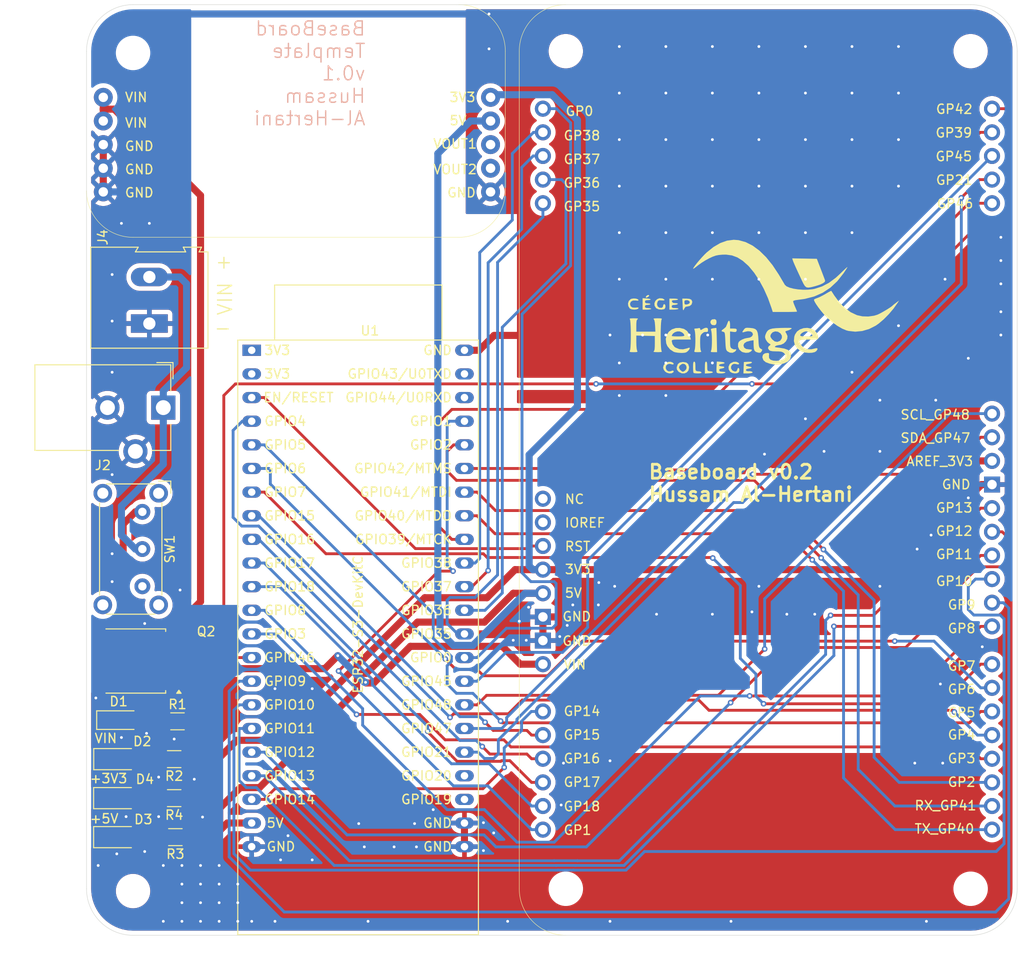
<source format=kicad_pcb>
(kicad_pcb (version 20240108) (generator "pcbnew") (generator_version "8.0")
  (layers (0 "F.Cu" signal) (31 "B.Cu" signal) (34 "B.Paste" user) (35 "F.Paste" user) (36 "B.SilkS" user "B.Silkscreen") (37 "F.SilkS" user "F.Silkscreen") (38 "B.Mask" user) (39 "F.Mask" user) (44 "Edge.Cuts" user))
  (net 0 "")
  (net 1 "Net-(D1-A)")
  (net 2 "VIN")
  (net 3 "Net-(D2-A)")
  (net 4 "GND")
  (net 5 "Net-(D3-A)")
  (net 6 "Net-(D4-A)")
  (net 8 "GP6")
  (net 9 "GP3")
  (net 10 "GP36")
  (net 11 "+3V3")
  (net 12 "GP17")
  (net 13 "GP42")
  (net 14 "GP8")
  (net 15 "GP48")
  (net 16 "GP18")
  (net 18 "GP40")
  (net 19 "GP9")
  (net 20 "GP14")
  (net 21 "GP37")
  (net 22 "+5V")
  (net 23 "GP10")
  (net 24 "GP7")
  (net 25 "~{RST}")
  (net 27 "GP45")
  (net 28 "GP46")
  (net 29 "GP12")
  (net 30 "GP4")
  (net 31 "GP35")
  (net 32 "GP16")
  (net 33 "GP5")
  (net 34 "GP1")
  (net 35 "GP0")
  (net 37 "GP39")
  (net 38 "GP38")
  (net 39 "GP41")
  (net 42 "GP21")
  (net 43 "GP11")
  (net 44 "GP13")
  (net 45 "GP15")
  (net 46 "GP2")
  (net 47 "GP47")
  (net 50 "/PWRA")
  (net 51 "/PWRB")
  (footprint "Resistor_SMD:R_1206_3216Metric_Pad1.30x1.75mm_HandSolder" (layer "F.Cu") (at 82.524 127.508)
    (property "Reference" "R1")
    (property "Value" "100k")
  )
  (footprint "Package_TO_SOT_SMD:TO-252-2" (layer "F.Cu") (at 77.944 121.03 180)
    (property "Reference" "Q2")
    (property "Value" "DMP6180SK3")
  )
  (footprint "myparts:BaseBoardTemplate" (layer "F.Cu") (at 122.75 100.5)
    (property "Reference" "J1" (hide yes))
    (property "Value" "BaseBoard" (hide yes))
    (fp_line (start -50 45) (end -50 -45) (stroke (width 0.05)) (layer "Edge.Cuts"))
    (fp_line (start -45 -50) (end 45 -50) (stroke (width 0.05)) (layer "Edge.Cuts"))
    (fp_line (start 45 50) (end -45 50) (stroke (width 0.05)) (layer "Edge.Cuts"))
    (fp_line (start 50 -45) (end 50 45) (stroke (width 0.05)) (layer "Edge.Cuts"))
    (fp_arc (start -50 -45) (mid -48.535534 -48.535534) (end -45 -50) (stroke (width 0.05)) (layer "Edge.Cuts"))
    (fp_arc (start -45 50) (mid -48.535534 48.535534) (end -50 45) (stroke (width 0.05)) (layer "Edge.Cuts"))
    (fp_arc (start 45 -50) (mid 48.535534 -48.535534) (end 50 -45) (stroke (width 0.05)) (layer "Edge.Cuts"))
    (fp_arc (start 50 45) (mid 48.535534 48.535534) (end 45 50) (stroke (width 0.05)) (layer "Edge.Cuts"))
  )
  (footprint "TerminalBlock:TerminalBlock_Altech_AK300-2_P5.00mm" (layer "F.Cu") (at 79.5 84.765 90)
    (property "Reference" "J4")
    (property "Value" "Screw_Terminal_01x02")
  )
  (footprint "Resistor_SMD:R_1206_3216Metric_Pad1.30x1.75mm_HandSolder" (layer "F.Cu") (at 82.169 135.763 180)
    (property "Reference" "R4")
    (property "Value" "470")
  )
  (footprint "Diode_SMD:D_SOD-123" (layer "F.Cu") (at 76.201 127.381)
    (property "Reference" "D1")
    (property "Value" "MMSZ52XXB")
  )
  (footprint "LED_SMD:LED_1206_3216Metric_Pad1.42x1.75mm_HandSolder" (layer "F.Cu") (at 75.972 139.954)
    (property "Reference" "D3")
    (property "Value" "LED")
  )
  (footprint "Button_Switch_THT:SW_E-Switch_EG1224_SPDT_Angled" (layer "F.Cu") (at 78.75 105 -90)
    (property "Reference" "SW1")
    (property "Value" "SW_SPDT")
  )
  (footprint "LED_SMD:LED_1206_3216Metric_Pad1.42x1.75mm_HandSolder" (layer "F.Cu") (at 75.972 135.763)
    (property "Reference" "D4")
    (property "Value" "LED")
  )
  (footprint "LED_SMD:LED_1206_3216Metric_Pad1.42x1.75mm_HandSolder" (layer "F.Cu") (at 75.9825 131.572)
    (property "Reference" "D2")
    (property "Value" "LED")
  )
  (footprint "Espressif:ESP32-S3-DevKitC" (layer "F.Cu") (at 90.5 87.64)
    (property "Reference" "U1")
    (property "Value" "ESP32-S3-DevKitC")
  )
  (footprint "Resistor_SMD:R_1206_3216Metric_Pad1.30x1.75mm_HandSolder" (layer "F.Cu") (at 82.169 131.572 180)
    (property "Reference" "R2")
    (property "Value" "2.4k")
  )
  (footprint "logos:heritage-logo" (layer "F.Cu") (at 145.034 82.931)
    (property "Reference" "G***" (hide yes))
    (property "Value" "LOGO" (hide yes))
  )
  (footprint "Resistor_SMD:R_1206_3216Metric_Pad1.30x1.75mm_HandSolder" (layer "F.Cu") (at 82.296 139.954 180)
    (property "Reference" "R3")
    (property "Value" "470")
  )
  (footprint "Connector_BarrelJack:BarrelJack_CUI_PJ-102AH_Horizontal" (layer "F.Cu") (at 81 93.8 -90)
    (property "Reference" "J2")
    (property "Value" "Barrel_Jack_Switch")
  )
  (gr_text "VIN" (at 88.519 83.982464 90) (layer "F.SilkS") (effects (font (size 1.5 1.5)) (justify left bottom)))
  (gr_text "Baseboard v0.2\nHussam Al-Hertani" (at 133 104 0) (layer "F.SilkS") (effects (font (size 1.5 1.5) (thickness 0.3) (bold yes)) (justify left bottom)))
  (gr_text "+5V" (at 73.025 138.557 0) (layer "F.SilkS") (effects (font (size 1 1)) (justify left bottom)))
  (gr_text "-" (at 86.36 86.106 0) (layer "F.SilkS") (effects (font (size 1.5 1.5)) (justify left bottom)))
  (gr_text "VIN" (at 73.533 129.921 0) (layer "F.SilkS") (effects (font (size 1 1)) (justify left bottom)))
  (gr_text "+" (at 86.487 78.994 0) (layer "F.SilkS") (effects (font (size 1.5 1.5)) (justify left bottom)))
  (gr_text "+3V3" (at 73.025 134.239 0) (layer "F.SilkS") (effects (font (size 1 1)) (justify left bottom)))
  (segment (start 77.6725 127.4775) (end 80.9275 127.4775) (width 0.3048) (layer "F.Cu") (net 1))
  (segment (start 82.423 124.587) (end 82.55 124.587) (width 0.3048) (layer "F.Cu") (net 1))
  (segment (start 80.9275 127.4775) (end 80.9275 126.0825) (width 0.3048) (layer "F.Cu") (net 1))
  (segment (start 80.9275 127.4775) (end 80.95 127.5) (width 0.3048) (layer "F.Cu") (net 1))
  (segment (start 82.984 124.153) (end 82.984 123.31) (width 0.3048) (layer "F.Cu") (net 1))
  (segment (start 82.55 124.587) (end 82.984 124.153) (width 0.3048) (layer "F.Cu") (net 1))
  (segment (start 80.9275 126.0825) (end 82.423 124.587) (width 0.3048) (layer "F.Cu") (net 1))
  (segment (start 102.803 123.3881) (end 102.7318 123.3169) (width 0.762) (layer "F.Cu") (net 2))
  (segment (start 82.984 116.66) (end 82.984 118.75) (width 0.762) (layer "F.Cu") (net 2))
  (segment (start 98.3544 121.8487) (end 86.36 121.8487) (width 0.762) (layer "F.Cu") (net 2))
  (segment (start 75.73 61.73) (end 85 71) (width 0.762) (layer "F.Cu") (net 2))
  (segment (start 86.36 121.8487) (end 84.6167 121.8487) (width 0.762) (layer "F.Cu") (net 2))
  (segment (start 79.728 125.25) (end 81.026 123.952) (width 0.762) (layer "F.Cu") (net 2))
  (segment (start 98.3544 121.8487) (end 99.7495 120.4536) (width 0.762) (layer "F.Cu") (net 2))
  (segment (start 107.5467 119.4519) (end 103.6105 123.3881) (width 0.762) (layer "F.Cu") (net 2))
  (segment (start 74.55 60.46) (end 74.55 61.73) (width 0.762) (layer "F.Cu") (net 2))
  (segment (start 84.6167 121.8487) (end 82.984 120.216) (width 0.762) (layer "F.Cu") (net 2))
  (segment (start 83.719 131.572) (end 84.836 131.572) (width 0.762) (layer "F.Cu") (net 2))
  (segment (start 84.836 131.572) (end 86.36 130.048) (width 0.762) (layer "F.Cu") (net 2))
  (segment (start 82.984 118.75) (end 82.984 120.216) (width 0.762) (layer "F.Cu") (net 2))
  (segment (start 86.36 130.048) (end 86.36 121.8487) (width 0.762) (layer "F.Cu") (net 2))
  (segment (start 103.6105 123.3881) (end 102.803 123.3881) (width 0.762) (layer "F.Cu") (net 2))
  (segment (start 117.4321 119.4519) (end 107.5467 119.4519) (width 0.762) (layer "F.Cu") (net 2))
  (segment (start 85 114.644) (end 82.984 116.66) (width 0.762) (layer "F.Cu") (net 2))
  (segment (start 74.55 61.73) (end 74.55 63) (width 0.762) (layer "F.Cu") (net 2))
  (segment (start 74.551 127.381) (end 74.551 127.656) (width 0.762) (layer "F.Cu") (net 2))
  (segment (start 74.551 126.199) (end 75.5 125.25) (width 0.762) (layer "F.Cu") (net 2))
  (segment (start 74.55 61.73) (end 75.73 61.73) (width 0.762) (layer "F.Cu") (net 2))
  (segment (start 81.026 122.174) (end 82.984 120.216) (width 0.762) (layer "F.Cu") (net 2))
  (segment (start 75.5 125.25) (end 79.728 125.25) (width 0.762) (layer "F.Cu") (net 2))
  (segment (start 85 71) (end 85 114.644) (width 0.762) (layer "F.Cu") (net 2))
  (segment (start 121.79 121.37) (end 119.3502 121.37) (width 0.762) (layer "F.Cu") (net 2))
  (segment (start 81.026 123.952) (end 81.026 122.174) (width 0.762) (layer "F.Cu") (net 2))
  (segment (start 119.3502 121.37) (end 117.4321 119.4519) (width 0.762) (layer "F.Cu") (net 2))
  (segment (start 74.551 127.381) (end 74.551 126.199) (width 0.762) (layer "F.Cu") (net 2))
  (via (at 102.7318 123.3169) (size 0.7) (drill 0.3) (layers "F.Cu" "B.Cu") (net 2))
  (via (at 99.7495 120.4536) (size 0.7) (drill 0.3) (layers "F.Cu" "B.Cu") (net 2))
  (segment (start 102.6128 123.3169) (end 102.7318 123.3169) (width 0.762) (layer "B.Cu") (net 2))
  (segment (start 99.7495 120.4536) (end 102.6128 123.3169) (width 0.762) (layer "B.Cu") (net 2))
  (segment (start 80.619 131.572) (end 77.47 131.572) (width 0.3048) (layer "F.Cu") (net 3))
  (segment (start 125.2 116.29) (end 121.79 116.29) (width 0.762) (layer "F.Cu") (net 4))
  (segment (start 132.5 86) (end 132.5421 86.0421) (width 0.762) (layer "F.Cu") (net 4))
  (segment (start 129.5 113) (end 127.75 114.75) (width 0.762) (layer "F.Cu") (net 4))
  (segment (start 132.4579 86.0421) (end 132.5 86) (width 0.762) (layer "F.Cu") (net 4))
  (segment (start 139.4579 86.0421) (end 139.5 86) (width 0.762) (layer "F.Cu") (net 4))
  (segment (start 139.5421 86.0421) (end 139.9579 86.0421) (width 0.762) (layer "F.Cu") (net 4))
  (segment (start 128.9579 86.0421) (end 129 86) (width 0.762) (layer "F.Cu") (net 4))
  (segment (start 132.5421 86.0421) (end 134.9579 86.0421) (width 0.762) (layer "F.Cu") (net 4))
  (segment (start 121.3864 86.0421) (end 116.5406 86.0421) (width 0.762) (layer "F.Cu") (net 4))
  (segment (start 135.0421 86.0421) (end 137.4579 86.0421) (width 0.762) (layer "F.Cu") (net 4))
  (segment (start 134.9579 86.0421) (end 135 86) (width 0.762) (layer "F.Cu") (net 4))
  (segment (start 139.9579 86.0421) (end 140 86) (width 0.762) (layer "F.Cu") (net 4))
  (segment (start 129 86) (end 129.0421 86.0421) (width 0.762) (layer "F.Cu") (net 4))
  (segment (start 127.75 114.75) (end 127.75 115) (width 0.762) (layer "F.Cu") (net 4))
  (segment (start 137.4579 86.0421) (end 137.5 86) (width 0.762) (layer "F.Cu") (net 4))
  (segment (start 137.5421 86.0421) (end 139.4579 86.0421) (width 0.762) (layer "F.Cu") (net 4))
  (segment (start 126.0421 86.0421) (end 128.9579 86.0421) (width 0.762) (layer "F.Cu") (net 4))
  (segment (start 126.21 116.29) (end 125.2 116.29) (width 0.762) (layer "F.Cu") (net 4))
  (segment (start 74.55 68.08) (end 74.55 70.62) (width 0.762) (layer "F.Cu") (net 4))
  (segment (start 126 86) (end 126.0421 86.0421) (width 0.762) (layer "F.Cu") (net 4))
  (segment (start 113.36 87.64) (end 114.9427 87.64) (width 0.762) (layer "F.Cu") (net 4))
  (segment (start 116.5406 86.0421) (end 114.9427 87.64) (width 0.762) (layer "F.Cu") (net 4))
  (segment (start 121.3864 86.0421) (end 125.9579 86.0421) (width 0.762) (layer "F.Cu") (net 4))
  (segment (start 125.9579 86.0421) (end 126 86) (width 0.762) (layer "F.Cu") (net 4))
  (segment (start 135 86) (end 135.0421 86.0421) (width 0.762) (layer "F.Cu") (net 4))
  (segment (start 129.0421 86.0421) (end 132.4579 86.0421) (width 0.762) (layer "F.Cu") (net 4))
  (segment (start 158 113) (end 145 113) (width 0.762) (layer "F.Cu") (net 4))
  (segment (start 127.75 115) (end 127.5 115) (width 0.762) (layer "F.Cu") (net 4))
  (segment (start 127.5 115) (end 126.21 116.29) (width 0.762) (layer "F.Cu") (net 4))
  (segment (start 113.36 138.44) (end 113.36 140.98) (width 0.762) (layer "F.Cu") (net 4))
  (segment (start 145 113) (end 129.5 113) (width 0.762) (layer "F.Cu") (net 4))
  (segment (start 121.79 116.29) (end 121.79 118.83) (width 0.762) (layer "F.Cu") (net 4))
  (segment (start 170.05 102.066) (end 168.934 102.066) (width 0.762) (layer "F.Cu") (net 4))
  (segment (start 168.934 102.066) (end 158 113) (width 0.762) (layer "F.Cu") (net 4))
  (segment (start 137.5 86) (end 137.5421 86.0421) (width 0.762) (layer "F.Cu") (net 4))
  (segment (start 74.55 65.54) (end 74.55 68.08) (width 0.762) (layer "F.Cu") (net 4))
  (segment (start 139.5 86) (end 139.5421 86.0421) (width 0.762) (layer "F.Cu") (net 4))
  (via (at 90.5 149) (size 0.6) (drill 0.3) (layers "F.Cu" "B.Cu") (net 4))
  (via (at 150 70) (size 0.6) (drill 0.3) (layers "F.Cu" "B.Cu") (net 4))
  (via (at 160 65) (size 0.6) (drill 0.3) (layers "F.Cu" "B.Cu") (net 4))
  (via (at 76 141.75) (size 0.6) (drill 0.3) (layers "F.Cu" "B.Cu") (net 4))
  (via (at 145 60) (size 0.6) (drill 0.3) (layers "F.Cu" "B.Cu") (net 4))
  (via (at 79 117) (size 0.6) (drill 0.3) (layers "F.Cu" "B.Cu") (net 4))
  (via (at 83 147) (size 0.6) (drill 0.3) (layers "F.Cu" "B.Cu") (net 4))
  (via (at 123.75 136.5) (size 0.6) (drill 0.3) (layers "F.Cu" "B.Cu") (net 4))
  (via (at 160 60) (size 0.6) (drill 0.3) (layers "F.Cu" "B.Cu") (net 4))
  (via (at 155 90) (size 0.6) (drill 0.3) (layers "F.Cu" "B.Cu") (net 4))
  (via (at 140 116) (size 0.6) (drill 0.3) (layers "F.Cu" "B.Cu") (net 4))
  (via (at 140 89) (size 0.6) (drill 0.3) (layers "F.Cu" "B.Cu") (net 4))
  (via (at 129 131.75) (size 0.6) (drill 0.3) (layers "F.Cu" "B.Cu") (net 4))
  (via (at 85 145) (size 0.6) (drill 0.3) (layers "F.Cu" "B.Cu") (net 4))
  (via (at 81 143) (size 0.6) (drill 0.3) (layers "F.Cu" "B.Cu") (net 4))
  (via (at 116 55.25) (size 0.6) (drill 0.3) (layers "F.Cu" "B.Cu") (net 4))
  (via (at 134 116) (size 0.6) (drill 0.3) (layers "F.Cu" "B.Cu") (net 4))
  (via (at 89 145) (size 0.6) (drill 0.3) (layers "F.Cu" "B.Cu") (net 4))
  (via (at 150 60) (size 0.6) (drill 0.3) (layers "F.Cu" "B.Cu") (net 4))
  (via (at 75.5 90) (size 0.6) (drill 0.3) (layers "F.Cu" "B.Cu") (net 4))
  (via (at 140 70) (size 0.6) (drill 0.3) (layers "F.Cu" "B.Cu") (net 4))
  (via (at 130 75) (size 0.6) (drill 0.3) (layers "F.Cu" "B.Cu") (net 4))
  (via (at 110 137) (size 0.6) (drill 0.3) (layers "F.Cu" "B.Cu") (net 4))
  (via (at 137.5 86) (size 0.6) (drill 0.3) (layers "F.Cu" "B.Cu") (net 4))
  (via (at 74 143) (size 0.6) (drill 0.3) (layers "F.Cu" "B.Cu") (net 4))
  (via (at 82.169 129.413) (size 0.6) (drill 0.3) (layers "F.Cu" "B.Cu") (net 4))
  (via (at 171 86) (size 0.6) (drill 0.3) (layers "F.Cu" "B.Cu") (net 4))
  (via (at 171 83.5) (size 0.6) (drill 0.3) (layers "F.Cu" "B.Cu") (net 4))
  (via (at 89 149) (size 0.6) (drill 0.3) (layers "F.Cu" "B.Cu") (net 4))
  (via (at 116.5 139.5) (size 0.6) (drill 0.3) (layers "F.Cu" "B.Cu") (net 4))
  (via (at 144.25 115.75) (size 0.6) (drill 0.3) (layers "F.Cu" "B.Cu") (net 4))
  (via (at 160 85) (size 0.6) (drill 0.3) (layers "F.Cu" "B.Cu") (net 4))
  (via (at 127.8 112.6) (size 0.6) (drill 0.3) (layers "F.Cu" "B.Cu") (net 4))
  (via (at 108 138.5) (size 0.6) (drill 0.3) (layers "F.Cu" "B.Cu") (net 4))
  (via (at 135 70) (size 0.6) (drill 0.3) (layers "F.Cu" "B.Cu") (net 4))
  (via (at 89 147) (size 0.6) (drill 0.3) (layers "F.Cu" "B.Cu") (net 4))
  (via (at 140 55) (size 0.6) (drill 0.3) (layers "F.Cu" "B.Cu") (net 4))
  (via (at 123.6 118.4) (size 0.6) (drill 0.3) (layers "F.Cu" "B.Cu") (net 4))
  (via (at 102.6 141) (size 0.6) (drill 0.3) (layers "F.Cu" "B.Cu") (net 4))
  (via (at 171 78) (size 0.6) (drill 0.3) (layers "F.Cu" "B.Cu") (net 4))
  (via (at 103 149) (size 0.6) (drill 0.3) (layers "F.Cu" "B.Cu") (net 4))
  (via (at 102 138.5) (size 0.6) (drill 0.3) (layers "F.Cu" "B.Cu") (net 4))
  (via (at 145 55) (size 0.6) (drill 0.3) (layers "F.Cu" "B.Cu") (net 4))
  (via (at 130 65) (size 0.6) (drill 0.3) (layers "F.Cu" "B.Cu") (net 4))
  (via (at 124.4 117.2) (size 0.6) (drill 0.3) (layers "F.Cu" "B.Cu") (net 4))
  (via (at 105.8 141) (size 0.6) (drill 0.3) (layers "F.Cu" "B.Cu") (net 4))
  (via (at 76.5 129.25) (size 0.6) (drill 0.3) (layers "F.Cu" "B.Cu") (net 4))
  (via (at 135 65) (size 0.6) (drill 0.3) (layers "F.Cu" "B.Cu") (net 4))
  (via (at 84.328 133.731) (size 0.6) (drill 0.3) (layers "F.Cu" "B.Cu") (net 4))
  (via (at 164.75 132) (size 0.6) (drill 0.3) (layers "F.Cu" "B.Cu") (net 4))
  (via (at 120.25 115.25) (size 0.6) (drill 0.3) (layers "F.Cu" "B.Cu") (net 4))
  (via (at 130 55) (size 0.6) (drill 0.3) (layers "F.Cu" "B.Cu") (net 4))
  (via (at 83 143) (size 0.6) (drill 0.3) (layers "F.Cu" "B.Cu") (net 4))
  (via (at 150 95) (size 0.6) (drill 0.3) (layers "F.Cu" "B.Cu") (net 4))
  (via (at 87 147) (size 0.6) (drill 0.3) (layers "F.Cu" "B.Cu") (net 4))
  (via (at 75.5 79.5) (size 0.6) (drill 0.3) (layers "F.Cu" "B.Cu") (net 4))
  (via (at 120 118.8) (size 0.6) (drill 0.3) (layers "F.Cu" "B.Cu") (net 4))
  (via (at 139.5 86) (size 0.6) (drill 0.3) (layers "F.Cu" "B.Cu") (net 4))
  (via (at 79.5 74) (size 0.6) (drill 0.3) (layers "F.Cu" "B.Cu") (net 4))
  (via (at 130 80) (size 0.6) (drill 0.3) (layers "F.Cu" "B.Cu") (net 4))
  (via (at 167.5 88.5) (size 0.6) (drill 0.3) (layers "F.Cu" "B.Cu") (net 4))
  (via (at 118 149) (size 0.6) (drill 0.3) (layers "F.Cu" "B.Cu") (net 4))
  (via (at 130 92.5) (size 0.6) (drill 0.3) (layers "F.Cu" "B.Cu") (net 4))
  (via (at 155 60) (size 0.6) (drill 0.3) (layers "F.Cu" "B.Cu") (net 4))
  (via (at 155 75) (size 0.6) (drill 0.3) (layers "F.Cu" "B.Cu") (net 4))
  (via (at 85 147) (size 0.6) (drill 0.3) (layers "F.Cu" "B.Cu") (net 4))
  (via (at 124 132) (size 0.6) (drill 0.3) (layers "F.Cu" "B.Cu") (net 4))
  (via (at 80.5 133.5) (size 0.6) (drill 0.3) (layers "F.Cu" "B.Cu") (net 4))
  (via (at 77 137.75) (size 0.6) (drill 0.3) (layers "F.Cu" "B.Cu") (net 4))
  (via (at 132.5 86) (size 0.6) (drill 0.3) (layers "F.Cu" "B.Cu") (net 4))
  (via (at 164 93) (size 0.6) (drill 0.3) (layers "F.Cu" "B.Cu") (net 4))
  (via (at 116 51.5) (size 0.7) (drill 0.3) (layers "F.Cu" "B.Cu") (net 4))
  (via (at 164.5 123.5) (size 0.6) (drill 0.3) (layers "F.Cu" "B.Cu") (net 4))
  (via (at 165 80) (size 0.6) (drill 0.3) (layers "F.Cu" "B.Cu") (net 4))
  (via (at 135 86) (size 0.6) (drill 0.3) (layers "F.Cu" "B.Cu") (net 4))
  (via (at 142 149) (size 0.6) (drill 0.3) (layers "F.Cu" "B.Cu") (net 4))
  (via (at 85 149) (size 0.6) (drill 0.3) (layers "F.Cu" "B.Cu") (net 4))
  (via (at 162 109) (size 0.6) (drill 0.3) (layers "F.Cu" "B.Cu") (net 4))
  (via (at 82.8 113.4) (size 0.6) (drill 0.3) (layers "F.Cu" "B.Cu") (net 4))
  (via (at 140 60) (size 0.6) (drill 0.3) (layers "F.Cu" "B.Cu") (net 4))
  (via (at 80.5 137.75) (size 0.6) (drill 0.3) (layers "F.Cu" "B.Cu") (net 4))
  (via (at 79.2 128.8) (size 0.6) (drill 0.3) (layers "F.Cu" "B.Cu") (net 4))
  (via (at 160 70) (size 0.6) (drill 0.3) (layers "F.Cu" "B.Cu") (net 4))
  (via (at 130 70) (size 0.6) (drill 0.3) (layers "F.Cu" "B.Cu") (net 4))
  (via (at 127.75 115) (size 0.6) (drill 0.3) (layers "F.Cu" "B.Cu") (net 4))
  (via (at 129.5 113) (size 0.6) (drill 0.3) (layers "F.Cu" "B.Cu") (net 4))
  (via (at 155 55) (size 0.6) (drill 0.3) (layers "F.Cu" "B.Cu") (net 4))
  (via (at 85.217 137.795) (size 0.6) (drill 0.3) (layers "F.Cu" "B.Cu") (net 4))
  (via (at 145 113) (size 0.6) (drill 0.3) (layers "F.Cu" "B.Cu") (net 4))
  (via (at 87 145) (size 0.6) (drill 0.3) (layers "F.Cu" "B.Cu") (net 4))
  (via (at 135 80) (size 0.6) (drill 0.3) (layers "F.Cu" "B.Cu") (net 4))
  (via (at 145 75) (size 0.6) (drill 0.3) (layers "F.Cu" "B.Cu") (net 4))
  (via (at 130 60) (size 0.6) (drill 0.3) (layers "F.Cu" "B.Cu") (net 4))
  (via (at 118.6 118.8) (size 0.6) (drill 0.3) (layers "F.Cu" "B.Cu") (net 4))
  (via (at 145.6 98.8) (size 0.6) (drill 0.3) (layers "F.Cu" "B.Cu") (net 4))
  (via (at 155 70) (size 0.6) (drill 0.3) (layers "F.Cu" "B.Cu") (net 4))
  (via (at 115.4 141.4) (size 0.6) (drill 0.3) (layers "F.Cu" "B.Cu") (net 4))
  (via (at 119.25 116.75) (size 0.6) (drill 0.3) (layers "F.Cu" "B.Cu") (net 4))
  (via (at 158 93) (size 0.6) (drill 0.3) (layers "F.Cu" "B.Cu") (net 4))
  (via (at 93 124) (size 0.6) (drill 0.3) (layers "F.Cu" "B.Cu") (net 4))
  (via (at 75.5 109.5) (size 0.6) (drill 0.3) (layers "F.Cu" "B.Cu") (net 4))
  (via (at 87 143) (size 0.6) (drill 0.3) (layers "F.Cu" "B.Cu") (net 4))
  (via (at 171 80.5) (size 0.6) (drill 0.3) (layers "F.Cu" "B.Cu") (net 4))
  (via (at 150 65) (size 0.6) (drill 0.3) (layers "F.Cu" "B.Cu") (net 4))
  (via (at 130 89) (size 0.6) (drill 0.3) (layers "F.Cu" "B.Cu") (net 4))
  (via (at 83 149) (size 0.6) (drill 0.3) (layers "F.Cu" "B.Cu") (net 4))
  (via (at 140 75) (size 0.6) (drill 0.3) (layers "F.Cu" "B.Cu") (net 4))
  (via (at 148 116) (size 0.6) (drill 0.3) (layers "F.Cu" "B.Cu") (net 4))
  (via (at 135 60) (size 0.6) (drill 0.3) (layers "F.Cu" "B.Cu") (net 4))
  (via (at 158 98.5) (size 0.6) (drill 0.3) (layers "F.Cu" "B.Cu") (net 4))
  (via (at 160 55) (size 0.6) (drill 0.3) (layers "F.Cu" "B.Cu") (net 4))
  (via (at 171 75.5) (size 0.6) (drill 0.3) (layers "F.Cu" "B.Cu") (net 4))
  (via (at 97 124) (size 0.6) (drill 0.3) (layers "F.Cu" "B.Cu") (net 4))
  (via (at 76.5 74) (size 0.6) (drill 0.3) (layers "F.Cu" "B.Cu") (net 4))
  (via (at 79 141.5) (size 0.6) (drill 0.3) (layers "F.Cu" "B.Cu") (net 4))
  (via (at 145 65) (size 0.6) (drill 0.3) (layers "F.Cu" "B.Cu") (net 4))
  (via (at 108.2 141) (size 0.6) (drill 0.3) (layers "F.Cu" "B.Cu") (net 4))
  (via (at 140 80) (size 0.6) (drill 0.3) (layers "F.Cu" "B.Cu") (net 4))
  (via (at 97 142.4) (size 0.6) (drill 0.3) (layers "F.Cu" "B.Cu") (net 4))
  (via (at 169 119.5) (size 0.6) (drill 0.3) (layers "F.Cu" "B.Cu") (net 4))
  (via (at 93.6 142.4) (size 0.6) (drill 0.3) (layers "F.Cu" "B.Cu") (net 4))
  (via (at 75.5 101) (size 0.6) (drill 0.3) (layers "F.Cu" "B.Cu") (net 4))
  (via (at 94.4 139.8) (size 0.6) (drill 0.3) (layers "F.Cu" "B.Cu") (net 4))
  (via (at 75.5 112.5) (size 0.6) (drill 0.3) (layers "F.Cu" "B.Cu") (net 4))
  (via (at 145 80) (size 0.6) (drill 0.3) (layers "F.Cu" "B.Cu") (net 4))
  (via (at 152 98.5) (size 0.6) (drill 0.3) (layers "F.Cu" "B.Cu") (net 4))
  (via (at 135 92.5) (size 0.6) (drill 0.3) (layers "F.Cu" "B.Cu") (net 4))
  (via (at 129 86) (size 0.6) (drill 0.3) (layers "F.Cu" "B.Cu") (net 4))
  (via (at 85 143) (size 0.6) (drill 0.3) (layers "F.Cu" "B.Cu") (net 4))
  (via (at 151 116) (size 0.6) (drill 0.3) (layers "F.Cu" "B.Cu") (net 4))
  (via (at 75.5 84.5) (size 0.6) (drill 0.3) (layers "F.Cu" "B.Cu") (net 4))
  (via (at 73.75 125) (size 0.6) (drill 0.3) (layers "F.Cu" "B.Cu") (net 4))
  (via (at 150 55) (size 0.6) (drill 0.3) (layers "F.Cu" "B.Cu") (net 4))
  (via (at 135 55) (size 0.6) (drill 0.3) (layers "F.Cu" "B.Cu") (net 4))
  (via (at 115.4 138.4) (size 0.6) (drill 0.3) (layers "F.Cu" "B.Cu") (net 4))
  (via (at 93 149) (size 0.6) (drill 0.3) (layers "F.Cu" "B.Cu") (net 4))
  (via (at 87 149) (size 0.6) (drill 0.3) (layers "F.Cu" "B.Cu") (net 4))
  (via (at 167.5 103.5) (size 0.6) (drill 0.3) (layers "F.Cu" "B.Cu") (net 4))
  (via (at 135 75) (size 0.6) (drill 0.3) (layers "F.Cu" "B.Cu") (net 4))
  (via (at 83 145) (size 0.6) (drill 0.3) (layers "F.Cu" "B.Cu") (net 4))
  (via (at 135 89) (size 0.6) (drill 0.3) (layers "F.Cu" "B.Cu") (net 4))
  (via (at 150 75) (size 0.6) (drill 0.3) (layers "F.Cu" "B.Cu") (net 4))
  (via (at 158 113) (size 0.6) (drill 0.3) (layers "F.Cu" "B.Cu") (net 4))
  (via (at 161.75 132) (size 0.6) (drill 0.3) (layers "F.Cu" "B.Cu") (net 4))
  (via (at 81 149) (size 0.6) (drill 0.3) (layers "F.Cu" "B.Cu") (net 4))
  (via (at 150 80) (size 0.6) (drill 0.3) (layers "F.Cu" "B.Cu") (net 4))
  (via (at 125 115) (size 0.6) (drill 0.3) (layers "F.Cu" "B.Cu") (net 4))
  (via (at 155 65) (size 0.6) (drill 0.3) (layers "F.Cu" "B.Cu") (net 4))
  (via (at 163 149) (size 0.6) (drill 0.3) (layers "F.Cu" "B.Cu") (net 4))
  (via (at 163.5 107.5) (size 0.6) (drill 0.3) (layers "F.Cu" "B.Cu") (net 4))
  (via (at 140 65) (size 0.6) (drill 0.3) (layers "F.Cu" "B.Cu") (net 4))
  (via (at 129 149) (size 0.6) (drill 0.3) (layers "F.Cu" "B.Cu") (net 4))
  (via (at 145 70) (size 0.6) (drill 0.3) (layers "F.Cu" "B.Cu") (net 4))
  (segment (start 81.5 52.5) (end 81.5 58) (width 0.762) (layer "B.Cu") (net 4))
  (segment (start 116 51.5) (end 82.5 51.5) (width 0.762) (layer "B.Cu") (net 4))
  (segment (start 82.5 51.5) (end 81.5 52.5) (width 0.762) (layer "B.Cu") (net 4))
  (segment (start 81.5 58) (end 79 60.5) (width 0.762) (layer "B.Cu") (net 4))
  (segment (start 77.38 70.62) (end 74.55 70.62) (width 0.762) (layer "B.Cu") (net 4))
  (segment (start 79 60.5) (end 79 69) (width 0.762) (layer "B.Cu") (net 4))
  (segment (start 79 69) (end 77.38 70.62) (width 0.762) (layer "B.Cu") (net 4))
  (segment (start 80.746 139.954) (end 77.4595 139.954) (width 0.3048) (layer "F.Cu") (net 5))
  (segment (start 80.619 135.763) (end 77.4595 135.763) (width 0.3048) (layer "F.Cu") (net 6))
  (segment (start 111.3013 120.8096) (end 112.4217 121.93) (width 0.3048) (layer "F.Cu") (net 8))
  (segment (start 122.3005 122.613) (end 126.0191 118.8944) (width 0.3048) (layer "F.Cu") (net 8))
  (segment (start 114.7126 121.93) (end 115.3956 122.613) (width 0.3048) (layer "F.Cu") (net 8))
  (segment (start 112.4217 121.93) (end 114.7126 121.93) (width 0.3048) (layer "F.Cu") (net 8))
  (segment (start 126.0191 118.8944) (end 159.5933 118.8944) (width 0.3048) (layer "F.Cu") (net 8))
  (segment (start 115.3956 122.613) (end 122.3005 122.613) (width 0.3048) (layer "F.Cu") (net 8))
  (via (at 111.3013 120.8096) (size 0.6) (drill 0.3) (layers "F.Cu" "B.Cu") (net 8))
  (via (at 159.5933 118.8944) (size 0.6) (drill 0.3) (layers "F.Cu" "B.Cu") (net 8))
  (segment (start 163.8168 118.8945) (end 159.5933 118.8945) (width 0.3048) (layer "B.Cu") (net 8))
  (segment (start 92.5 100.5) (end 92.5 102.0083) (width 0.3048) (layer "B.Cu") (net 8))
  (segment (start 90.5 100.34) (end 92.34 100.34) (width 0.3048) (layer "B.Cu") (net 8))
  (segment (start 159.5933 118.8945) (end 159.5933 118.8944) (width 0.3048) (layer "B.Cu") (net 8))
  (segment (start 168.8323 123.91) (end 163.8168 118.8945) (width 0.3048) (layer "B.Cu") (net 8))
  (segment (start 92.34 100.34) (end 92.5 100.5) (width 0.3048) (layer "B.Cu") (net 8))
  (segment (start 92.5 102.0083) (end 111.3013 120.8096) (width 0.3048) (layer "B.Cu") (net 8))
  (segment (start 170.05 123.91) (end 168.8323 123.91) (width 0.3048) (layer "B.Cu") (net 8))
  (segment (start 167.5608 130.2585) (end 118.3514 130.2585) (width 0.3048) (layer "F.Cu") (net 9))
  (segment (start 108.5535 126.7704) (end 101.7674 126.7704) (width 0.3048) (layer "F.Cu") (net 9))
  (segment (start 117.5879 129.495) (end 111.2781 129.495) (width 0.3048) (layer "F.Cu") (net 9))
  (segment (start 168.8323 131.53) (end 167.5608 130.2585) (width 0.3048) (layer "F.Cu") (net 9))
  (segment (start 118.3514 130.2585) (end 117.5879 129.495) (width 0.3048) (layer "F.Cu") (net 9))
  (segment (start 111.2781 129.495) (end 108.5535 126.7704) (width 0.3048) (layer "F.Cu") (net 9))
  (segment (start 170.05 131.53) (end 168.8323 131.53) (width 0.3048) (layer "F.Cu") (net 9))
  (via (at 101.7674 126.7704) (size 0.6) (drill 0.3) (layers "F.Cu" "B.Cu") (net 9))
  (segment (start 101.7674 126.7704) (end 93.117 118.12) (width 0.3048) (layer "B.Cu") (net 9))
  (segment (start 93.117 118.12) (end 91.8541 118.12) (width 0.3048) (layer "B.Cu") (net 9))
  (segment (start 90.5 118.12) (end 91.8541 118.12) (width 0.3048) (layer "B.Cu") (net 9))
  (segment (start 113.36 115.58) (end 115.56705 115.58) (width 0.3048) (layer "B.Cu") (net 10))
  (segment (start 117.4247 85.1677) (end 124.2618 78.3306) (width 0.3048) (layer "B.Cu") (net 10))
  (segment (start 124.2618 78.3306) (end 124.2618 69.7618) (width 0.3048) (layer "B.Cu") (net 10))
  (segment (start 123.8 69.3) (end 121.79 69.3) (width 0.3048) (layer "B.Cu") (net 10))
  (segment (start 115.56705 115.58) (end 117.4247 113.72235) (width 0.3048) (layer "B.Cu") (net 10))
  (segment (start 117.4247 113.72235) (end 117.4247 85.1677) (width 0.3048) (layer "B.Cu") (net 10))
  (segment (start 124.2618 69.7618) (end 123.8 69.3) (width 0.3048) (layer "B.Cu") (net 10))
  (segment (start 118.798 111.21) (end 115.7812 114.2268) (width 0.762) (layer "F.Cu") (net 11))
  (segment (start 123.2363 111.21) (end 156.9197 111.21) (width 0.762) (layer "F.Cu") (net 11))
  (segment (start 86.614 134.62) (end 85.471 135.763) (width 0.762) (layer "F.Cu") (net 11))
  (segment (start 85.471 135.763) (end 83.719 135.763) (width 0.762) (layer "F.Cu") (net 11))
  (segment (start 88.89 129.55) (end 86.614 131.826) (width 0.762) (layer "F.Cu") (net 11))
  (segment (start 121.79 111.21) (end 118.798 111.21) (width 0.762) (layer "F.Cu") (net 11))
  (segment (start 156.9197 111.21) (end 168.6037 99.526) (width 0.762) (layer "F.Cu") (net 11))
  (segment (start 121.79 111.21) (end 123.2363 111.21) (width 0.762) (layer "F.Cu") (net 11))
  (segment (start 93.7731 129.55) (end 88.89 129.55) (width 0.762) (layer "F.Cu") (net 11))
  (segment (start 109.0963 114.2268) (end 93.7731 129.55) (width 0.762) (layer "F.Cu") (net 11))
  (segment (start 86.614 131.826) (end 86.614 134.62) (width 0.762) (layer "F.Cu") (net 11))
  (segment (start 170.05 99.526) (end 168.6037 99.526) (width 0.762) (layer "F.Cu") (net 11))
  (segment (start 115.7812 114.2268) (end 109.0963 114.2268) (width 0.762) (layer "F.Cu") (net 11))
  (segment (start 125.5 93.677) (end 120.3119 98.8651) (width 0.762) (layer "B.Cu") (net 11))
  (segment (start 120.3119 98.8651) (end 120.3119 110.8119) (width 0.762) (layer "B.Cu") (net 11))
  (segment (start 120.71 111.21) (end 121.79 111.21) (width 0.762) (layer "B.Cu") (net 11))
  (segment (start 120.3119 110.8119) (end 120.71 111.21) (width 0.762) (layer "B.Cu") (net 11))
  (segment (start 125.5 62.8916) (end 125.5 93.677) (width 0.762) (layer "B.Cu") (net 11))
  (segment (start 116.4483 60.1767) (end 122.7851 60.1767) (width 0.762) (layer "B.Cu") (net 11))
  (segment (start 116.165 60.46) (end 116.4483 60.1767) (width 0.762) (layer "B.Cu") (net 11))
  (segment (start 122.7851 60.1767) (end 125.5 62.8916) (width 0.762) (layer "B.Cu") (net 11))
  (segment (start 118.2404 131.7381) (end 120.5723 134.07) (width 0.3048) (layer "F.Cu") (net 12))
  (segment (start 121.79 134.07) (end 120.5723 134.07) (width 0.3048) (layer "F.Cu") (net 12))
  (segment (start 117.3361 131.7381) (end 118.2404 131.7381) (width 0.3048) (layer "F.Cu") (net 12))
  (segment (start 112.5659 131.8082) (end 117.266 131.8082) (width 0.3048) (layer "F.Cu") (net 12))
  (segment (start 117.266 131.8082) (end 117.3361 131.7381) (width 0.3048) (layer "F.Cu") (net 12))
  (segment (start 109.4127 128.5728) (end 109.4127 128.655) (width 0.3048) (layer "F.Cu") (net 12))
  (segment (start 109.4127 128.655) (end 112.5659 131.8082) (width 0.3048) (layer "F.Cu") (net 12))
  (via (at 109.4127 128.5728) (size 0.6) (drill 0.3) (layers "F.Cu" "B.Cu") (net 12))
  (segment (start 91.8541 110.5) (end 109.4127 128.0586) (width 0.3048) (layer "B.Cu") (net 12))
  (segment (start 109.4127 128.0586) (end 109.4127 128.5728) (width 0.3048) (layer "B.Cu") (net 12))
  (segment (start 90.5 110.5) (end 91.8541 110.5) (width 0.3048) (layer "B.Cu") (net 12))
  (segment (start 168.75 74) (end 170.25 74) (width 0.3048) (layer "F.Cu") (net 13))
  (segment (start 134.8818 100.5) (end 142.25 100.5) (width 0.3048) (layer "F.Cu") (net 13))
  (segment (start 171.43 61.68) (end 170.05 61.68) (width 0.3048) (layer "F.Cu") (net 13))
  (segment (start 142.25 100.5) (end 168.75 74) (width 0.3048) (layer "F.Cu") (net 13))
  (segment (start 172 72.25) (end 172 62.25) (width 0.3048) (layer "F.Cu") (net 13))
  (segment (start 113.36 100.34) (end 134.7218 100.34) (width 0.3048) (layer "F.Cu") (net 13))
  (segment (start 134.7218 100.34) (end 134.8818 100.5) (width 0.3048) (layer "F.Cu") (net 13))
  (segment (start 170.25 74) (end 172 72.25) (width 0.3048) (layer "F.Cu") (net 13))
  (segment (start 172 62.25) (end 171.43 61.68) (width 0.3048) (layer "F.Cu") (net 13))
  (segment (start 144 124.7814) (end 161.3569 124.7814) (width 0.3048) (layer "F.Cu") (net 14))
  (segment (start 168.8323 117.306) (end 170.05 117.306) (width 0.3048) (layer "F.Cu") (net 14))
  (segment (start 161.3569 124.7814) (end 168.8323 117.306) (width 0.3048) (layer "F.Cu") (net 14))
  (via (at 144 124.7814) (size 0.6) (drill 0.3) (layers "F.Cu" "B.Cu") (net 14))
  (segment (start 115.509 137) (end 111.5 137) (width 0.3048) (layer "B.Cu") (net 14))
  (segment (start 111.5 137) (end 102.4215 127.9215) (width 0.3048) (layer "B.Cu") (net 14))
  (segment (start 144 124.7814) (end 138.7186 124.7814) (width 0.3048) (layer "B.Cu") (net 14))
  (segment (start 138.7186 124.7814) (end 123.0048 140.4952) (width 0.3048) (layer "B.Cu") (net 14))
  (segment (start 91.8541 115.58) (end 90.5 115.58) (width 0.3048) (layer "B.Cu") (net 14))
  (segment (start 102.4215 126.1474) (end 91.8541 115.58) (width 0.3048) (layer "B.Cu") (net 14))
  (segment (start 102.4215 127.9215) (end 102.4215 126.1474) (width 0.3048) (layer "B.Cu") (net 14))
  (segment (start 123.0048 140.4952) (end 119.0042 140.4952) (width 0.3048) (layer "B.Cu") (net 14))
  (segment (start 119.0042 140.4952) (end 115.509 137) (width 0.3048) (layer "B.Cu") (net 14))
  (segment (start 113.36 125.74) (end 114.7141 125.74) (width 0.3048) (layer "F.Cu") (net 15))
  (segment (start 140.6373 124.7156) (end 115.7385 124.7156) (width 0.3048) (layer "F.Cu") (net 15))
  (segment (start 115.7385 124.7156) (end 114.7141 125.74) (width 0.3048) (layer "F.Cu") (net 15))
  (segment (start 145.6179 119.735) (end 140.6373 124.7156) (width 0.3048) (layer "F.Cu") (net 15))
  (via (at 145.6179 119.735) (size 0.6) (drill 0.3) (layers "F.Cu" "B.Cu") (net 15))
  (segment (start 170.05 94.446) (end 165.5213 94.446) (width 0.3048) (layer "B.Cu") (net 15))
  (segment (start 165.5213 94.446) (end 145.6179 114.3494) (width 0.3048) (layer "B.Cu") (net 15))
  (segment (start 145.6179 114.3494) (end 145.6179 119.735) (width 0.3048) (layer "B.Cu") (net 15))
  (segment (start 90.5 113.04) (end 91.8541 113.04) (width 0.3048) (layer "B.Cu") (net 16))
  (segment (start 93.4945 113.04) (end 103.4669 123.0124) (width 0.3048) (layer "B.Cu") (net 16))
  (segment (start 116.0336 132.0713) (end 120.5723 136.61) (width 0.3048) (layer "B.Cu") (net 16))
  (segment (start 111.9602 132.0713) (end 116.0336 132.0713) (width 0.3048) (layer "B.Cu") (net 16))
  (segment (start 103.4669 123.578) (end 111.9602 132.0713) (width 0.3048) (layer "B.Cu") (net 16))
  (segment (start 121.79 136.61) (end 120.5723 136.61) (width 0.3048) (layer "B.Cu") (net 16))
  (segment (start 91.8541 113.04) (end 93.4945 113.04) (width 0.3048) (layer "B.Cu") (net 16))
  (segment (start 103.4669 123.0124) (end 103.4669 123.578) (width 0.3048) (layer "B.Cu") (net 16))
  (segment (start 114.7141 105.42) (end 116.6439 107.3498) (width 0.3048) (layer "F.Cu") (net 18))
  (segment (start 113.36 105.42) (end 114.7141 105.42) (width 0.3048) (layer "F.Cu") (net 18))
  (segment (start 147.9254 107.3498) (end 150.7339 110.1583) (width 0.3048) (layer "F.Cu") (net 18))
  (segment (start 116.6439 107.3498) (end 147.9254 107.3498) (width 0.3048) (layer "F.Cu") (net 18))
  (via (at 150.7339 110.1583) (size 0.6) (drill 0.3) (layers "F.Cu" "B.Cu") (net 18))
  (segment (start 154.0934 133.5934) (end 159.65 139.15) (width 0.3048) (layer "B.Cu") (net 18))
  (segment (start 150.7339 110.1583) (end 154.0934 113.5178) (width 0.3048) (layer "B.Cu") (net 18))
  (segment (start 159.65 139.15) (end 170.05 139.15) (width 0.3048) (layer "B.Cu") (net 18))
  (segment (start 154.0934 113.5178) (end 154.0934 133.5934) (width 0.3048) (layer "B.Cu") (net 18))
  (segment (start 170.4362 148) (end 171.8471 146.5891) (width 0.3048) (layer "B.Cu") (net 19))
  (segment (start 94 148) (end 170.4362 148) (width 0.3048) (layer "B.Cu") (net 19))
  (segment (start 171.8471 146.5891) (end 171.8471 115.341786) (width 0.3048) (layer "B.Cu") (net 19))
  (segment (start 89.1459 123.2) (end 88.0796 124.2663) (width 0.3048) (layer "B.Cu") (net 19))
  (segment (start 88.0796 124.2663) (end 88.0796 142.0796) (width 0.3048) (layer "B.Cu") (net 19))
  (segment (start 88.0796 142.0796) (end 94 148) (width 0.3048) (layer "B.Cu") (net 19))
  (segment (start 90.5 123.2) (end 89.1459 123.2) (width 0.3048) (layer "B.Cu") (net 19))
  (segment (start 169.408 114.766) (end 170.05 114.766) (width 0.3048) (layer "B.Cu") (net 19))
  (segment (start 171.271314 114.766) (end 170.05 114.766) (width 0.3048) (layer "B.Cu") (net 19))
  (segment (start 171.8471 115.341786) (end 171.271314 114.766) (width 0.3048) (layer "B.Cu") (net 19))
  (segment (start 92.9962 134.7515) (end 91.8504 135.8973) (width 0.3048) (layer "F.Cu") (net 20))
  (segment (start 117.6334 132.4608) (end 115.3427 134.7515) (width 0.3048) (layer "F.Cu") (net 20))
  (segment (start 90.4963 135.8973) (end 91.8504 135.8973) (width 0.3048) (layer "F.Cu") (net 20))
  (segment (start 115.3427 134.7515) (end 92.9962 134.7515) (width 0.3048) (layer "F.Cu") (net 20))
  (via (at 117.6334 132.4608) (size 0.6) (drill 0.3) (layers "F.Cu" "B.Cu") (net 20))
  (segment (start 117.6334 130.3666) (end 117.6334 132.4608) (width 0.3048) (layer "B.Cu") (net 20))
  (segment (start 120.55 126.45) (end 119.5 127.5) (width 0.3048) (layer "B.Cu") (net 20))
  (segment (start 121.79 126.45) (end 120.55 126.45) (width 0.3048) (layer "B.Cu") (net 20))
  (segment (start 119.5 127.5) (end 119.5 128.5) (width 0.3048) (layer "B.Cu") (net 20))
  (segment (start 119.5 128.5) (end 117.6334 130.3666) (width 0.3048) (layer "B.Cu") (net 20))
  (segment (start 114.1684 113.04) (end 115.9052 111.3032) (width 0.3048) (layer "F.Cu") (net 21))
  (segment (start 113.36 113.04) (end 114.1684 113.04) (width 0.3048) (layer "F.Cu") (net 21))
  (via (at 115.9052 111.3032) (size 0.6) (drill 0.3) (layers "F.Cu" "B.Cu") (net 21))
  (segment (start 119.5067 74.627) (end 115.9052 78.2285) (width 0.3048) (layer "B.Cu") (net 21))
  (segment (start 119.5067 67.9933) (end 119.5067 74.627) (width 0.3048) (layer "B.Cu") (net 21))
  (segment (start 115.9052 78.2285) (end 115.9052 111.3032) (width 0.3048) (layer "B.Cu") (net 21))
  (segment (start 120.74 66.76) (end 119.5067 67.9933) (width 0.3048) (layer "B.Cu") (net 21))
  (segment (start 121.79 66.76) (end 120.74 66.76) (width 0.3048) (layer "B.Cu") (net 21))
  (segment (start 87.0585 136.8425) (end 87.0585 139.2555) (width 0.762) (layer "F.Cu") (net 22))
  (segment (start 118.6033 113.75) (end 115.5033 116.85) (width 0.762) (layer "F.Cu") (net 22))
  (segment (start 121.79 113.75) (end 118.6033 113.75) (width 0.762) (layer "F.Cu") (net 22))
  (segment (start 87.0585 139.2555) (end 86.36 139.954) (width 0.762) (layer "F.Cu") (net 22))
  (segment (start 87.87672 138.43728) (end 87.0585 139.2555) (width 0.762) (layer "F.Cu") (net 22))
  (segment (start 115.5033 116.85) (end 108.3175 116.85) (width 0.762) (layer "F.Cu") (net 22))
  (segment (start 90.49632 138.43728) (end 87.87672 138.43728) (width 0.762) (layer "F.Cu") (net 22))
  (segment (start 89.2705 134.6305) (end 87.0585 136.8425) (width 0.762) (layer "F.Cu") (net 22))
  (segment (start 102.3327 122.3532) (end 101.7681 122.9178) (width 0.762) (layer "F.Cu") (net 22))
  (segment (start 91.3331 134.6305) (end 89.2705 134.6305) (width 0.762) (layer "F.Cu") (net 22))
  (segment (start 86.36 139.954) (end 83.846 139.954) (width 0.762) (layer "F.Cu") (net 22))
  (segment (start 101.7681 124.1955) (end 91.3331 134.6305) (width 0.762) (layer "F.Cu") (net 22))
  (segment (start 101.7681 122.9178) (end 101.7681 124.1955) (width 0.762) (layer "F.Cu") (net 22))
  (segment (start 108.3175 116.85) (end 102.8143 122.3532) (width 0.762) (layer "F.Cu") (net 22))
  (segment (start 102.8143 122.3532) (end 102.3327 122.3532) (width 0.762) (layer "F.Cu") (net 22))
  (segment (start 119.8685 113.75) (end 114.2708 119.3477) (width 0.762) (layer "B.Cu") (net 22))
  (segment (start 110.5 66.5) (end 114 63) (width 0.762) (layer "B.Cu") (net 22))
  (segment (start 121.79 113.75) (end 119.8685 113.75) (width 0.762) (layer "B.Cu") (net 22))
  (segment (start 110.5 115.408716) (end 110.5 66.5) (width 0.762) (layer "B.Cu") (net 22))
  (segment (start 110.7342 115.642916) (end 110.5 115.408716) (width 0.762) (layer "B.Cu") (net 22))
  (segment (start 114 63) (end 116.165 63) (width 0.762) (layer "B.Cu") (net 22))
  (segment (start 112.1673 119.3477) (end 110.7342 117.9146) (width 0.762) (layer "B.Cu") (net 22))
  (segment (start 110.7342 117.9146) (end 110.7342 115.642916) (width 0.762) (layer "B.Cu") (net 22))
  (segment (start 114.2708 119.3477) (end 112.1673 119.3477) (width 0.762) (layer "B.Cu") (net 22))
  (segment (start 88.5884 126.2975) (end 88.5884 141.73595) (width 0.3048) (layer "B.Cu") (net 23))
  (segment (start 132.713895 141.5) (end 170.5 141.5) (width 0.3048) (layer "B.Cu") (net 23))
  (segment (start 170.5 141.5) (end 171.3423 140.6577) (width 0.3048) (layer "B.Cu") (net 23))
  (segment (start 168.274 112.226) (end 170.05 112.226) (width 0.3048) (layer "B.Cu") (net 23))
  (segment (start 123.420579 143.4976) (end 125.079421 143.4976) (width 0.3048) (layer "B.Cu") (net 23))
  (segment (start 171.3423 140.6577) (end 171.3423 116.5) (width 0.3048) (layer "B.Cu") (net 23))
  (segment (start 125.081821 143.5) (end 130.713895 143.5) (width 0.3048) (layer "B.Cu") (net 23))
  (segment (start 168.09 116.09) (end 167.5 115.5) (width 0.3048) (layer "B.Cu") (net 23))
  (segment (start 89.1459 125.74) (end 88.5884 126.2975) (width 0.3048) (layer "B.Cu") (net 23))
  (segment (start 167.5 115.5) (end 167.5 113) (width 0.3048) (layer "B.Cu") (net 23))
  (segment (start 130.713895 143.5) (end 132.713895 141.5) (width 0.3048) (layer "B.Cu") (net 23))
  (segment (start 125.079421 143.4976) (end 125.081821 143.5) (width 0.3048) (layer "B.Cu") (net 23))
  (segment (start 167.5 113) (end 168.274 112.226) (width 0.3048) (layer "B.Cu") (net 23))
  (segment (start 171.3423 116.5) (end 170.9323 116.09) (width 0.3048) (layer "B.Cu") (net 23))
  (segment (start 90.5 125.74) (end 89.1459 125.74) (width 0.3048) (layer "B.Cu") (net 23))
  (segment (start 88.5884 141.73595) (end 90.35245 143.5) (width 0.3048) (layer "B.Cu") (net 23))
  (segment (start 170.9323 116.09) (end 168.09 116.09) (width 0.3048) (layer "B.Cu") (net 23))
  (segment (start 123.418179 143.5) (end 123.420579 143.4976) (width 0.3048) (layer "B.Cu") (net 23))
  (segment (start 90.35245 143.5) (end 123.418179 143.5) (width 0.3048) (layer "B.Cu") (net 23))
  (segment (start 91.8541 102.88) (end 90.5 102.88) (width 0.3048) (layer "F.Cu") (net 24))
  (segment (start 115.799 109.9087) (end 115.3915 109.5012) (width 0.3048) (layer "F.Cu") (net 24))
  (segment (start 145.5 125.6241) (end 164.5782 125.6241) (width 0.3048) (layer "F.Cu") (net 24))
  (segment (start 139.9852 109.9087) (end 115.799 109.9087) (width 0.3048) (layer "F.Cu") (net 24))
  (segment (start 98.4753 109.5012) (end 91.8541 102.88) (width 0.3048) (layer "F.Cu") (net 24))
  (segment (start 140.03825 109.96175) (end 139.9852 109.9087) (width 0.3048) (layer "F.Cu") (net 24))
  (segment (start 168.8323 121.37) (end 170.05 121.37) (width 0.3048) (layer "F.Cu") (net 24))
  (segment (start 115.3915 109.5012) (end 98.4753 109.5012) (width 0.3048) (layer "F.Cu") (net 24))
  (segment (start 164.5782 125.6241) (end 168.8323 121.37) (width 0.3048) (layer "F.Cu") (net 24))
  (via (at 145.5 125.6241) (size 0.6) (drill 0.3) (layers "F.Cu" "B.Cu") (net 24))
  (via (at 140.03825 109.96175) (size 0.6) (drill 0.3) (layers "F.Cu" "B.Cu") (net 24))
  (segment (start 144.6785 124.8026) (end 144.6785 122.4285) (width 0.3048) (layer "B.Cu") (net 24))
  (segment (start 145.5 125.6241) (end 144.6785 124.8026) (width 0.3048) (layer "B.Cu") (net 24))
  (segment (start 143 120.75) (end 143 112.9235) (width 0.3048) (layer "B.Cu") (net 24))
  (segment (start 144.6785 122.4285) (end 143 120.75) (width 0.3048) (layer "B.Cu") (net 24))
  (segment (start 143 112.9235) (end 140.03825 109.96175) (width 0.3048) (layer "B.Cu") (net 24))
  (segment (start 108.0841 108.95) (end 91.8541 92.72) (width 0.3048) (layer "F.Cu") (net 25))
  (segment (start 90.5 92.72) (end 91.8541 92.72) (width 0.3048) (layer "F.Cu") (net 25))
  (segment (start 120.2923 108.95) (end 108.0841 108.95) (width 0.3048) (layer "F.Cu") (net 25))
  (segment (start 120.5723 108.67) (end 120.2923 108.95) (width 0.3048) (layer "F.Cu") (net 25))
  (segment (start 121.79 108.67) (end 120.5723 108.67) (width 0.3048) (layer "F.Cu") (net 25))
  (segment (start 114.7141 123.2) (end 117.8141 120.1) (width 0.3048) (layer "B.Cu") (net 27))
  (segment (start 113.36 123.2) (end 114.7141 123.2) (width 0.3048) (layer "B.Cu") (net 27))
  (segment (start 123.9 120.1) (end 126.6 117.4) (width 0.3048) (layer "B.Cu") (net 27))
  (segment (start 126.6 117.4) (end 126.6 110.21) (width 0.3048) (layer "B.Cu") (net 27))
  (segment (start 126.6 110.21) (end 170.05 66.76) (width 0.3048) (layer "B.Cu") (net 27))
  (segment (start 117.8141 120.1) (end 123.9 120.1) (width 0.3048) (layer "B.Cu") (net 27))
  (segment (start 127.5 91.25) (end 88.75 91.25) (width 0.3048) (layer "F.Cu") (net 28))
  (segment (start 88.41 120.66) (end 90.5 120.66) (width 0.3048) (layer "F.Cu") (net 28))
  (segment (start 144.25 91.25) (end 148.15 91.25) (width 0.3048) (layer "F.Cu") (net 28))
  (segment (start 88.75 91.25) (end 87.5 92.5) (width 0.3048) (layer "F.Cu") (net 28))
  (segment (start 87.5 92.5) (end 87.5 119.75) (width 0.3048) (layer "F.Cu") (net 28))
  (segment (start 167.56 71.84) (end 170.05 71.84) (width 0.3048) (layer "F.Cu") (net 28))
  (segment (start 148.15 91.25) (end 167.56 71.84) (width 0.3048) (layer "F.Cu") (net 28))
  (segment (start 87.5 119.75) (end 88.41 120.66) (width 0.3048) (layer "F.Cu") (net 28))
  (via (at 144.25 91.25) (size 0.6) (drill 0.3) (layers "F.Cu" "B.Cu") (net 28))
  (via (at 127.5 91.25) (size 0.6) (drill 0.3) (layers "F.Cu" "B.Cu") (net 28))
  (segment (start 144.25 91.25) (end 127.5 91.25) (width 0.3048) (layer "B.Cu") (net 28))
  (segment (start 171.146 107.146) (end 170.05 107.146) (width 0.3048) (layer "F.Cu") (net 29))
  (segment (start 172 110) (end 172 108) (width 0.3048) (layer "F.Cu") (net 29))
  (segment (start 160.7725 119.5763) (end 166.5 113.8488) (width 0.3048) (layer "F.Cu") (net 29))
  (segment (start 166.5 113) (end 168.598 110.902) (width 0.3048) (layer "F.Cu") (net 29))
  (segment (start 141.9595 125.5) (end 147.8832 119.5763) (width 0.3048) (layer "F.Cu") (net 29))
  (segment (start 166.5 113.8488) (end 166.5 113) (width 0.3048) (layer "F.Cu") (net 29))
  (segment (start 172 108) (end 171.146 107.146) (width 0.3048) (layer "F.Cu") (net 29))
  (segment (start 147.8832 119.5763) (end 160.7725 119.5763) (width 0.3048) (layer "F.Cu") (net 29))
  (segment (start 168.598 110.902) (end 171.098 110.902) (width 0.3048) (layer "F.Cu") (net 29))
  (segment (start 171.098 110.902) (end 172 110) (width 0.3048) (layer "F.Cu") (net 29))
  (via (at 141.9595 125.5) (size 0.6) (drill 0.3) (layers "F.Cu" "B.Cu") (net 29))
  (segment (start 126.4595 141) (end 116.7405 141) (width 0.3048) (layer "B.Cu") (net 29))
  (segment (start 100.7441 139.71) (end 91.8541 130.82) (width 0.3048) (layer "B.Cu") (net 29))
  (segment (start 91.8541 130.82) (end 90.5 130.82) (width 0.3048) (layer "B.Cu") (net 29))
  (segment (start 115.4505 139.71) (end 100.7441 139.71) (width 0.3048) (layer "B.Cu") (net 29))
  (segment (start 141.9595 125.5) (end 126.4595 141) (width 0.3048) (layer "B.Cu") (net 29))
  (segment (start 116.7405 141) (end 115.4505 139.71) (width 0.3048) (layer "B.Cu") (net 29))
  (segment (start 119.5617 125.2272) (end 138.5385 125.2272) (width 0.3048) (layer "F.Cu") (net 30))
  (segment (start 139.6352 126.3239) (end 165.8239 126.3239) (width 0.3048) (layer "F.Cu") (net 30))
  (segment (start 112.2047 126.6977) (end 118.0912 126.6977) (width 0.3048) (layer "F.Cu") (net 30))
  (segment (start 138.5385 125.2272) (end 139.6352 126.3239) (width 0.3048) (layer "F.Cu") (net 30))
  (segment (start 111.8096 127.0928) (end 112.2047 126.6977) (width 0.3048) (layer "F.Cu") (net 30))
  (segment (start 165.8239 126.3239) (end 166 126.5) (width 0.3048) (layer "F.Cu") (net 30))
  (segment (start 118.0912 126.6977) (end 119.5617 125.2272) (width 0.3048) (layer "F.Cu") (net 30))
  (via (at 111.8096 127.0928) (size 0.6) (drill 0.3) (layers "F.Cu" "B.Cu") (net 30))
  (via (at 166 126.5) (size 0.6) (drill 0.3) (layers "F.Cu" "B.Cu") (net 30))
  (segment (start 91.2462 106.5294) (end 111.8096 127.0928) (width 0.3048) (layer "B.Cu") (net 30))
  (segment (start 168.51 128.99) (end 170.05 128.99) (width 0.3048) (layer "B.Cu") (net 30))
  (segment (start 89.43025 106.5294) (end 91.2462 106.5294) (width 0.3048) (layer "B.Cu") (net 30))
  (segment (start 89.49 95.26) (end 88.5 96.25) (width 0.3048) (layer "B.Cu") (net 30))
  (segment (start 90.5 95.26) (end 89.49 95.26) (width 0.3048) (layer "B.Cu") (net 30))
  (segment (start 168.5 129) (end 168.51 128.99) (width 0.3048) (layer "B.Cu") (net 30))
  (segment (start 166 126.5) (end 168.5 129) (width 0.3048) (layer "B.Cu") (net 30))
  (segment (start 88.5 96.25) (end 88.5 105.59915) (width 0.3048) (layer "B.Cu") (net 30))
  (segment (start 88.5 105.59915) (end 89.43025 106.5294) (width 0.3048) (layer "B.Cu") (net 30))
  (segment (start 116.9182 111.7818) (end 114.5 114.2) (width 0.3048) (layer "B.Cu") (net 31))
  (segment (start 121.79 71.84) (end 121.79 73.3156) (width 0.3048) (layer "B.Cu") (net 31))
  (segment (start 111.5 114.5) (end 111.5 117) (width 0.3048) (layer "B.Cu") (net 31))
  (segment (start 112.62 118.12) (end 113.36 118.12) (width 0.3048) (layer "B.Cu") (net 31))
  (segment (start 114.5 114.2) (end 111.8 114.2) (width 0.3048) (layer "B.Cu") (net 31))
  (segment (start 111.5 117) (end 112.62 118.12) (width 0.3048) (layer "B.Cu") (net 31))
  (segment (start 121.79 73.3156) (end 116.9182 78.1874) (width 0.3048) (layer "B.Cu") (net 31))
  (segment (start 116.9182 78.1874) (end 116.9182 111.7818) (width 0.3048) (layer "B.Cu") (net 31))
  (segment (start 111.8 114.2) (end 111.5 114.5) (width 0.3048) (layer "B.Cu") (net 31))
  (segment (start 115.27895 130.22105) (end 116.0834 131.0255) (width 0.3048) (layer "F.Cu") (net 32))
  (segment (start 120.5723 131.53) (end 121.79 131.53) (width 0.3048) (layer "F.Cu") (net 32))
  (segment (start 116.0834 131.0255) (end 120.0678 131.0255) (width 0.3048) (layer "F.Cu") (net 32))
  (segment (start 120.0678 131.0255) (end 120.5723 131.53) (width 0.3048) (layer "F.Cu") (net 32))
  (via (at 115.27895 130.22105) (size 0.6) (drill 0.3) (layers "F.Cu" "B.Cu") (net 32))
  (segment (start 112.871 129.5693) (end 91.2617 107.96) (width 0.3048) (layer "B.Cu") (net 32))
  (segment (start 115.27895 130.22105) (end 114.6272 129.5693) (width 0.3048) (layer "B.Cu") (net 32))
  (segment (start 91.2617 107.96) (end 90.5 107.96) (width 0.3048) (layer "B.Cu") (net 32))
  (segment (start 114.6272 129.5693) (end 112.871 129.5693) (width 0.3048) (layer "B.Cu") (net 32))
  (segment (start 168.8323 126.45) (end 167.6129 127.6694) (width 0.3048) (layer "F.Cu") (net 33))
  (segment (start 117.4333 127.6694) (end 117.2426 127.4787) (width 0.3048) (layer "F.Cu") (net 33))
  (segment (start 167.6129 127.6694) (end 117.4333 127.6694) (width 0.3048) (layer "F.Cu") (net 33))
  (segment (start 170.05 126.45) (end 168.8323 126.45) (width 0.3048) (layer "F.Cu") (net 33))
  (via (at 117.2426 127.4787) (size 0.6) (drill 0.3) (layers "F.Cu" "B.Cu") (net 33))
  (segment (start 110.0008 118.5842) (end 110.0009 118.5842) (width 0.3048) (layer "B.Cu") (net 33))
  (segment (start 91.8541 97.8) (end 110.0008 115.9467) (width 0.3048) (layer "B.Cu") (net 33))
  (segment (start 111.9537 121.079833) (end 111.5 121.533533) (width 0.3048) (layer "B.Cu") (net 33))
  (segment (start 112.5 124.5) (end 114.2639 124.5) (width 0.3048) (layer "B.Cu") (net 33))
  (segment (start 111.5 121.533533) (end 111.5 123.5) (width 0.3048) (layer "B.Cu") (net 33))
  (segment (start 111.9537 120.537) (end 111.9537 121.079833) (width 0.3048) (layer "B.Cu") (net 33))
  (segment (start 111.5 123.5) (end 112.5 124.5) (width 0.3048) (layer "B.Cu") (net 33))
  (segment (start 110.0009 118.5842) (end 111.9537 120.537) (width 0.3048) (layer "B.Cu") (net 33))
  (segment (start 114.2639 124.5) (end 117.2426 127.4787) (width 0.3048) (layer "B.Cu") (net 33))
  (segment (start 90.5 97.8) (end 91.8541 97.8) (width 0.3048) (layer "B.Cu") (net 33))
  (segment (start 110.0008 115.9467) (end 110.0008 118.5842) (width 0.3048) (layer "B.Cu") (net 33))
  (segment (start 110.5677 111.3691) (end 112.133 111.3691) (width 0.3048) (layer "F.Cu") (net 34))
  (segment (start 99.8328 122.104) (end 110.5677 111.3691) (width 0.3048) (layer "F.Cu") (net 34))
  (via (at 112.133 111.3691) (size 0.6) (drill 0.3) (layers "F.Cu" "B.Cu") (net 34))
  (via (at 99.8328 122.104) (size 0.6) (drill 0.3) (layers "F.Cu" "B.Cu") (net 34))
  (segment (start 111.74 95.26) (end 111.5 95.5) (width 0.3048) (layer "B.Cu") (net 34))
  (segment (start 115.8646 134.4423) (end 120.5723 139.15) (width 0.3048) (layer "B.Cu") (net 34))
  (segment (start 99.8328 122.104) (end 112.1711 134.4423) (width 0.3048) (layer "B.Cu") (net 34))
  (segment (start 111.5 95.5) (end 111.5 110.7361) (width 0.3048) (layer "B.Cu") (net 34))
  (segment (start 121.79 139.15) (end 120.5723 139.15) (width 0.3048) (layer "B.Cu") (net 34))
  (segment (start 111.5 110.7361) (end 112.133 111.3691) (width 0.3048) (layer "B.Cu") (net 34))
  (segment (start 112.1711 134.4423) (end 115.8646 134.4423) (width 0.3048) (layer "B.Cu") (net 34))
  (segment (start 113.36 95.26) (end 111.74 95.26) (width 0.3048) (layer "B.Cu") (net 34))
  (segment (start 122.8003 117.5077) (end 123.2047 117.1033) (width 0.3048) (layer "B.Cu") (net 35))
  (segment (start 120.5 112.5) (end 119.5449 111.5449) (width 0.3048) (layer "B.Cu") (net 35))
  (segment (start 117.8664 117.5077) (end 122.8003 117.5077) (width 0.3048) (layer "B.Cu") (net 35))
  (segment (start 123.2047 112.7047) (end 123 112.5) (width 0.3048) (layer "B.Cu") (net 35))
  (segment (start 123 112.5) (end 120.5 112.5) (width 0.3048) (layer "B.Cu") (net 35))
  (segment (start 119.5449 111.5449) (end 119.5449 83.7637) (width 0.3048) (layer "B.Cu") (net 35))
  (segment (start 114.7141 120.66) (end 117.8664 117.5077) (width 0.3048) (layer "B.Cu") (net 35))
  (segment (start 113.36 120.66) (end 114.7141 120.66) (width 0.3048) (layer "B.Cu") (net 35))
  (segment (start 123.2047 117.1033) (end 123.2047 112.7047) (width 0.3048) (layer "B.Cu") (net 35))
  (segment (start 123.251216 61.68) (end 121.79 61.68) (width 0.3048) (layer "B.Cu") (net 35))
  (segment (start 124.7666 63.195384) (end 123.251216 61.68) (width 0.3048) (layer "B.Cu") (net 35))
  (segment (start 119.5449 83.7637) (end 124.7666 78.542) (width 0.3048) (layer "B.Cu") (net 35))
  (segment (start 124.7666 78.542) (end 124.7666 63.195384) (width 0.3048) (layer "B.Cu") (net 35))
  (segment (start 110.5 95.5) (end 112.01 93.99) (width 0.3048) (layer "F.Cu") (net 37))
  (segment (start 168.78 64.22) (end 170.05 64.22) (width 0.3048) (layer "F.Cu") (net 37))
  (segment (start 139.0623 93.99) (end 139.0623 93.9377) (width 0.3048) (layer "F.Cu") (net 37))
  (segment (start 113.36 107.96) (end 112.0059 107.96) (width 0.3048) (layer "F.Cu") (net 37))
  (segment (start 110.5 106.4541) (end 110.5 95.5) (width 0.3048) (layer "F.Cu") (net 37))
  (segment (start 112.0059 107.96) (end 110.5 106.4541) (width 0.3048) (layer "F.Cu") (net 37))
  (segment (start 139.0623 93.9377) (end 168.78 64.22) (width 0.3048) (layer "F.Cu") (net 37))
  (segment (start 112.01 93.99) (end 139.0623 93.99) (width 0.3048) (layer "F.Cu") (net 37))
  (segment (start 115 110) (end 114.5 110.5) (width 0.3048) (layer "B.Cu") (net 38))
  (segment (start 115 77.1406) (end 115 110) (width 0.3048) (layer "B.Cu") (net 38))
  (segment (start 118.5 73.6406) (end 115 77.1406) (width 0.3048) (layer "B.Cu") (net 38))
  (segment (start 121.79 64.22) (end 120.78 64.22) (width 0.3048) (layer "B.Cu") (net 38))
  (segment (start 120.78 64.22) (end 118.5 66.5) (width 0.3048) (layer "B.Cu") (net 38))
  (segment (start 114.5 110.5) (end 113.36 110.5) (width 0.3048) (layer "B.Cu") (net 38))
  (segment (start 118.5 66.5) (end 118.5 73.6406) (width 0.3048) (layer "B.Cu") (net 38))
  (segment (start 114.7141 102.88) (end 116.6941 104.86) (width 0.3048) (layer "F.Cu") (net 39))
  (segment (start 146.6016 104.86) (end 151.6887 109.9471) (width 0.3048) (layer "F.Cu") (net 39))
  (segment (start 113.36 102.88) (end 114.7141 102.88) (width 0.3048) (layer "F.Cu") (net 39))
  (segment (start 116.6941 104.86) (end 146.6016 104.86) (width 0.3048) (layer "F.Cu") (net 39))
  (via (at 151.6887 109.9471) (size 0.6) (drill 0.3) (layers "F.Cu" "B.Cu") (net 39))
  (segment (start 151.6887 109.9471) (end 155.6715 113.9299) (width 0.3048) (layer "B.Cu") (net 39))
  (segment (start 159.61 136.61) (end 170.05 136.61) (width 0.3048) (layer "B.Cu") (net 39))
  (segment (start 155.6715 132.6715) (end 159.61 136.61) (width 0.3048) (layer "B.Cu") (net 39))
  (segment (start 155.6715 113.9299) (end 155.6715 132.6715) (width 0.3048) (layer "B.Cu") (net 39))
  (segment (start 168.7 69.3) (end 170.05 69.3) (width 0.3048) (layer "F.Cu") (net 42))
  (segment (start 166.75 71.25) (end 168.7 69.3) (width 0.3048) (layer "F.Cu") (net 42))
  (via (at 166.75 71.25) (size 0.6) (drill 0.3) (layers "F.Cu" "B.Cu") (net 42))
  (segment (start 146.25 101) (end 166.75 80.5) (width 0.3048) (layer "B.Cu") (net 42))
  (segment (start 166.75 80.5) (end 166.75 71.25) (width 0.3048) (layer "B.Cu") (net 42))
  (segment (start 117 131) (end 117 129.5) (width 0.3048) (layer "B.Cu") (net 42))
  (segment (start 115.5 131.5) (end 116.5 131.5) (width 0.3048) (layer "B.Cu") (net 42))
  (segment (start 142.286104 104) (end 143.25 104) (width 0.3048) (layer "B.Cu") (net 42))
  (segment (start 118.9952 127.5048) (end 118.9952 127.290904) (width 0.3048) (layer "B.Cu") (net 42))
  (segment (start 116.5 131.5) (end 117 131) (width 0.3048) (layer "B.Cu") (net 42))
  (segment (start 118.9952 127.290904) (end 142.286104 104) (width 0.3048) (layer "B.Cu") (net 42))
  (segment (start 113.36 130.82) (end 114.82 130.82) (width 0.3048) (layer "B.Cu") (net 42))
  (segment (start 117 129.5) (end 118.9952 127.5048) (width 0.3048) (layer "B.Cu") (net 42))
  (segment (start 143.25 104) (end 146.25 101) (width 0.3048) (layer "B.Cu") (net 42))
  (segment (start 114.82 130.82) (end 115.5 131.5) (width 0.3048) (layer "B.Cu") (net 42))
  (segment (start 161.2112 117.3071) (end 153.057 117.3071) (width 0.3048) (layer "F.Cu") (net 43))
  (segment (start 168.8323 109.686) (end 161.2112 117.3071) (width 0.3048) (layer "F.Cu") (net 43))
  (segment (start 170.05 109.686) (end 168.8323 109.686) (width 0.3048) (layer "F.Cu") (net 43))
  (via (at 153.057 117.3071) (size 0.6) (drill 0.3) (layers "F.Cu" "B.Cu") (net 43))
  (segment (start 123.209083 142.9952) (end 123.211484 142.9928) (width 0.3048) (layer "B.Cu") (net 43))
  (segment (start 89.1459 133.8525) (end 89.922 134.6286) (width 0.3048) (layer "B.Cu") (net 43))
  (segment (start 90.9947 134.6286) (end 99.3613 142.9952) (width 0.3048) (layer "B.Cu") (net 43))
  (segment (start 125.288516 142.9928) (end 125.290916 142.9952) (width 0.3048) (layer "B.Cu") (net 43))
  (segment (start 89.922 134.6286) (end 90.9947 134.6286) (width 0.3048) (layer "B.Cu") (net 43))
  (segment (start 90.5 128.28) (end 89.1459 128.28) (width 0.3048) (layer "B.Cu") (net 43))
  (segment (start 125.290916 142.9952) (end 130.5048 142.9952) (width 0.3048) (layer "B.Cu") (net 43))
  (segment (start 99.3613 142.9952) (end 123.209083 142.9952) (width 0.3048) (layer "B.Cu") (net 43))
  (segment (start 89.1459 128.28) (end 89.1459 133.8525) (width 0.3048) (layer "B.Cu") (net 43))
  (segment (start 130.5048 142.9952) (end 153.057 120.443) (width 0.3048) (layer "B.Cu") (net 43))
  (segment (start 123.211484 142.9928) (end 125.288516 142.9928) (width 0.3048) (layer "B.Cu") (net 43))
  (segment (start 153.057 120.443) (end 153.057 117.3071) (width 0.3048) (layer "B.Cu") (net 43))
  (segment (start 157.3174 116.1209) (end 168.8323 104.606) (width 0.3048) (layer "F.Cu") (net 44))
  (segment (start 152.7031 116.1209) (end 157.3174 116.1209) (width 0.3048) (layer "F.Cu") (net 44))
  (segment (start 170.05 104.606) (end 168.8323 104.606) (width 0.3048) (layer "F.Cu") (net 44))
  (via (at 152.7031 116.1209) (size 0.6) (drill 0.3) (layers "F.Cu" "B.Cu") (net 44))
  (segment (start 123.002389 142.488) (end 125.497611 142.488) (width 0.3048) (layer "B.Cu") (net 44))
  (segment (start 122.999987 142.4904) (end 123.002389 142.488) (width 0.3048) (layer "B.Cu") (net 44))
  (segment (start 125.497611 142.488) (end 125.500011 142.4904) (width 0.3048) (layer "B.Cu") (net 44))
  (segment (start 130.0096 142.4904) (end 152.1695 120.3305) (width 0.3048) (layer "B.Cu") (net 44))
  (segment (start 125.500011 142.4904) (end 130.0096 142.4904) (width 0.3048) (layer "B.Cu") (net 44))
  (segment (start 100.9845 142.4904) (end 122.999987 142.4904) (width 0.3048) (layer "B.Cu") (net 44))
  (segment (start 152.1695 116.6545) (end 152.7031 116.1209) (width 0.3048) (layer "B.Cu") (net 44))
  (segment (start 152.1695 120.3305) (end 152.1695 116.6545) (width 0.3048) (layer "B.Cu") (net 44))
  (segment (start 90.5 133.36) (end 91.8541 133.36) (width 0.3048) (layer "B.Cu") (net 44))
  (segment (start 91.8541 133.36) (end 100.9845 142.4904) (width 0.3048) (layer "B.Cu") (net 44))
  (segment (start 120.0678 128.4855) (end 120.5723 128.99) (width 0.3048) (layer "F.Cu") (net 45))
  (segment (start 121.79 128.99) (end 120.5723 128.99) (width 0.3048) (layer "F.Cu") (net 45))
  (segment (start 116.4475 128.4855) (end 120.0678 128.4855) (width 0.3048) (layer "F.Cu") (net 45))
  (segment (start 115.5728 127.6108) (end 116.4475 128.4855) (width 0.3048) (layer "F.Cu") (net 45))
  (via (at 115.5728 127.6108) (size 0.6) (drill 0.3) (layers "F.Cu" "B.Cu") (net 45))
  (segment (start 90.5 105.42) (end 91.2691 105.42) (width 0.3048) (layer "B.Cu") (net 45))
  (segment (start 112.8591 127.01) (end 114.972 127.01) (width 0.3048) (layer "B.Cu") (net 45))
  (segment (start 114.972 127.01) (end 115.5728 127.6108) (width 0.3048) (layer "B.Cu") (net 45))
  (segment (start 91.2691 105.42) (end 112.8591 127.01) (width 0.3048) (layer "B.Cu") (net 45))
  (segment (start 112.5004 101.6151) (end 144.4962 101.6151) (width 0.3048) (layer "F.Cu") (net 46))
  (segment (start 111.5 100.6147) (end 112.5004 101.6151) (width 0.3048) (layer "F.Cu") (net 46))
  (segment (start 111.5 98.5) (end 111.5 100.6147) (width 0.3048) (layer "F.Cu") (net 46))
  (segment (start 112.2 97.8) (end 111.5 98.5) (width 0.3048) (layer "F.Cu") (net 46))
  (segment (start 113.36 97.8) (end 112.2 97.8) (width 0.3048) (layer "F.Cu") (net 46))
  (segment (start 144.4962 101.6151) (end 151.9287 109.0476) (width 0.3048) (layer "F.Cu") (net 46))
  (via (at 151.9287 109.0476) (size 0.6) (drill 0.3) (layers "F.Cu" "B.Cu") (net 46))
  (segment (start 157.3794 114.4983) (end 157.3794 131.3794) (width 0.3048) (layer "B.Cu") (net 46))
  (segment (start 157.3794 131.3794) (end 160.07 134.07) (width 0.3048) (layer "B.Cu") (net 46))
  (segment (start 151.9287 109.0476) (end 157.3794 114.4983) (width 0.3048) (layer "B.Cu") (net 46))
  (segment (start 160.07 134.07) (end 170.05 134.07) (width 0.3048) (layer "B.Cu") (net 46))
  (segment (start 164.8574 100.9609) (end 144.3613 100.9609) (width 0.3048) (layer "F.Cu") (net 47))
  (segment (start 170.05 96.986) (end 168.8323 96.986) (width 0.3048) (layer "F.Cu") (net 47))
  (segment (start 168.8323 96.986) (end 164.8574 100.9609) (width 0.3048) (layer "F.Cu") (net 47))
  (via (at 144.3613 100.9609) (size 0.6) (drill 0.3) (layers "F.Cu" "B.Cu") (net 47))
  (segment (start 117.363933 128.28) (end 117.895 127.748933) (width 0.3048) (layer "B.Cu") (net 47))
  (segment (start 113.36 128.28) (end 117.363933 128.28) (width 0.3048) (layer "B.Cu") (net 47))
  (segment (start 117.895 127.748933) (end 117.895 127.105) (width 0.3048) (layer "B.Cu") (net 47))
  (segment (start 117.895 127.105) (end 144.0391 100.9609) (width 0.3048) (layer "B.Cu") (net 47))
  (segment (start 144.0391 100.9609) (end 144.3613 100.9609) (width 0.3048) (layer "B.Cu") (net 47))
  (segment (start 81 92) (end 81 93.8) (width 0.762) (layer "B.Cu") (net 50))
  (segment (start 79.5 79.765) (end 82.765 79.765) (width 0.762) (layer "B.Cu") (net 50))
  (segment (start 81 99.8885) (end 76.5 104.3885) (width 0.762) (layer "B.Cu") (net 50))
  (segment (start 81 93.8) (end 81 99.8885) (width 0.762) (layer "B.Cu") (net 50))
  (segment (start 78 109) (end 78.75 109) (width 0.762) (layer "B.Cu") (net 50))
  (segment (start 83.5 89.5) (end 81 92) (width 0.762) (layer "B.Cu") (net 50))
  (segment (start 82.765 79.765) (end 83.5 80.5) (width 0.762) (layer "B.Cu") (net 50))
  (segment (start 76.5 107.5) (end 78 109) (width 0.762) (layer "B.Cu") (net 50))
  (segment (start 76.5 104.3885) (end 76.5 107.5) (width 0.762) (layer "B.Cu") (net 50))
  (segment (start 83.5 80.5) (end 83.5 89.5) (width 0.762) (layer "B.Cu") (net 50))
  (segment (start 76.684 106.316) (end 76.684 121.03) (width 0.762) (layer "F.Cu") (net 51))
  (segment (start 78 105) (end 76.684 106.316) (width 0.762) (layer "F.Cu") (net 51))
  (segment (start 78.75 105) (end 78 105) (width 0.762) (layer "F.Cu") (net 51))
  (zone (net 4) (net_name "GND") (layers "F&B.Cu") (connect_pads (clearance 0.5)) (min_thickness 0.25) (fill yes (thermal_gap 0.5) (thermal_bridge_width 0.5))
    (polygon (pts (xy 84 50) (xy 72 50) (xy 72 151) (xy 173.5 151) (xy 173.5 50) (xy 113.5 50) (xy 113.5 73) (xy 119 73) (xy 119 115) (xy 84 115)))
  )
)
</source>
